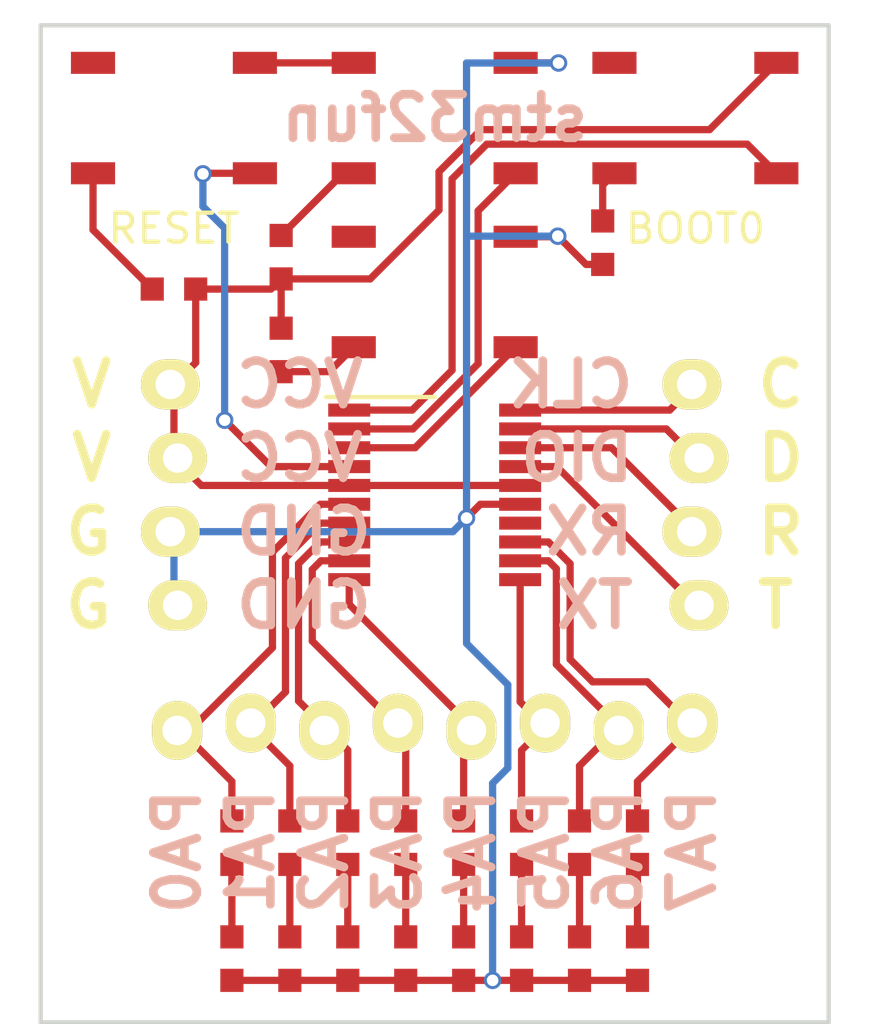
<source format=kicad_pcb>
(kicad_pcb (version 4) (host pcbnew 4.0.7-e2-6376~58~ubuntu16.04.1)

  (general
    (links 0)
    (no_connects 0)
    (area 152.794999 71.215 183.205001 107.275001)
    (thickness 1.6)
    (drawings 37)
    (tracks 142)
    (zones 0)
    (modules 28)
    (nets 1)
  )

  (page A4)
  (layers
    (0 F.Cu signal)
    (31 B.Cu signal)
    (32 B.Adhes user)
    (33 F.Adhes user)
    (34 B.Paste user)
    (35 F.Paste user)
    (36 B.SilkS user)
    (37 F.SilkS user)
    (38 B.Mask user)
    (39 F.Mask user)
    (40 Dwgs.User user)
    (41 Cmts.User user)
    (42 Eco1.User user)
    (43 Eco2.User user)
    (44 Edge.Cuts user)
    (45 Margin user)
    (46 B.CrtYd user)
    (47 F.CrtYd user)
    (48 B.Fab user)
    (49 F.Fab user)
  )

  (setup
    (last_trace_width 0.25)
    (trace_clearance 0.2)
    (zone_clearance 0.508)
    (zone_45_only no)
    (trace_min 0.2)
    (segment_width 0.2)
    (edge_width 0.15)
    (via_size 0.6)
    (via_drill 0.4)
    (via_min_size 0.4)
    (via_min_drill 0.3)
    (uvia_size 0.3)
    (uvia_drill 0.1)
    (uvias_allowed no)
    (uvia_min_size 0.2)
    (uvia_min_drill 0.1)
    (pcb_text_width 0.3)
    (pcb_text_size 1.5 1.5)
    (mod_edge_width 0.15)
    (mod_text_size 1 1)
    (mod_text_width 0.15)
    (pad_size 1.524 1.524)
    (pad_drill 0.762)
    (pad_to_mask_clearance 0.2)
    (aux_axis_origin 0 0)
    (visible_elements FFFFFF7F)
    (pcbplotparams
      (layerselection 0x00030_80000001)
      (usegerberextensions false)
      (excludeedgelayer true)
      (linewidth 0.150000)
      (plotframeref false)
      (viasonmask false)
      (mode 1)
      (useauxorigin false)
      (hpglpennumber 1)
      (hpglpenspeed 20)
      (hpglpendiameter 15)
      (hpglpenoverlay 2)
      (psnegative false)
      (psa4output false)
      (plotreference true)
      (plotvalue true)
      (plotinvisibletext false)
      (padsonsilk false)
      (subtractmaskfromsilk false)
      (outputformat 1)
      (mirror false)
      (drillshape 1)
      (scaleselection 1)
      (outputdirectory ""))
  )

  (net 0 "")

  (net_class Default "This is the default net class."
    (clearance 0.2)
    (trace_width 0.25)
    (via_dia 0.6)
    (via_drill 0.4)
    (uvia_dia 0.3)
    (uvia_drill 0.1)
  )

  (module 00my_modules:BUTTON4_SMD (layer F.Cu) (tedit 5C84A252) (tstamp 5C84A78D)
    (at 159 76 180)
    (descr button4_smd)
    (tags "SPST button tactile switch")
    (fp_text reference RESET (at 0 -3.81 180) (layer F.SilkS)
      (effects (font (size 1 1) (thickness 0.15)))
    )
    (fp_text value "" (at 0 3.81 180) (layer F.Fab)
      (effects (font (size 1 1) (thickness 0.15)))
    )
    (fp_line (start -1.54 -2.54) (end -2.54 -1.54) (layer F.Fab) (width 0.2032))
    (fp_line (start -2.54 -1.24) (end -2.54 1.27) (layer F.Fab) (width 0.2032))
    (fp_line (start -2.54 1.54) (end -1.54 2.54) (layer F.Fab) (width 0.2032))
    (fp_line (start -1.54 2.54) (end 1.54 2.54) (layer F.Fab) (width 0.2032))
    (fp_line (start 1.54 2.54) (end 2.54 1.54) (layer F.Fab) (width 0.2032))
    (fp_line (start 2.54 1.24) (end 2.54 -1.24) (layer F.Fab) (width 0.2032))
    (fp_line (start 2.54 -1.54) (end 1.54 -2.54) (layer F.Fab) (width 0.2032))
    (fp_line (start 1.54 -2.54) (end -1.54 -2.54) (layer F.Fab) (width 0.2032))
    (fp_line (start 1.905 1.27) (end 1.905 0.445) (layer F.Fab) (width 0.127))
    (fp_line (start 1.905 0.445) (end 2.16 -0.01) (layer F.Fab) (width 0.127))
    (fp_line (start 1.905 -0.23) (end 1.905 -1.115) (layer F.Fab) (width 0.127))
    (fp_circle (center 0 0) (end 0 1.27) (layer F.Fab) (width 0.2032))
    (pad 1 smd rect (at -2.794 1.905 180) (size 1.524 0.762) (layers F.Cu F.Paste F.Mask))
    (pad 2 smd rect (at 2.794 1.905 180) (size 1.524 0.762) (layers F.Cu F.Paste F.Mask))
    (pad 3 smd rect (at -2.794 -1.905 180) (size 1.524 0.762) (layers F.Cu F.Paste F.Mask))
    (pad 4 smd rect (at 2.794 -1.905 180) (size 1.524 0.762) (layers F.Cu F.Paste F.Mask))
  )

  (module 00my_modules:BUTTON4_SMD (layer F.Cu) (tedit 5C84A25D) (tstamp 5C84A7B4)
    (at 177 76 180)
    (descr button4_smd)
    (tags "SPST button tactile switch")
    (fp_text reference BOOT0 (at 0 -3.81 180) (layer F.SilkS)
      (effects (font (size 1 1) (thickness 0.15)))
    )
    (fp_text value "" (at 0 3.81 180) (layer F.Fab)
      (effects (font (size 1 1) (thickness 0.15)))
    )
    (fp_line (start -1.54 -2.54) (end -2.54 -1.54) (layer F.Fab) (width 0.2032))
    (fp_line (start -2.54 -1.24) (end -2.54 1.27) (layer F.Fab) (width 0.2032))
    (fp_line (start -2.54 1.54) (end -1.54 2.54) (layer F.Fab) (width 0.2032))
    (fp_line (start -1.54 2.54) (end 1.54 2.54) (layer F.Fab) (width 0.2032))
    (fp_line (start 1.54 2.54) (end 2.54 1.54) (layer F.Fab) (width 0.2032))
    (fp_line (start 2.54 1.24) (end 2.54 -1.24) (layer F.Fab) (width 0.2032))
    (fp_line (start 2.54 -1.54) (end 1.54 -2.54) (layer F.Fab) (width 0.2032))
    (fp_line (start 1.54 -2.54) (end -1.54 -2.54) (layer F.Fab) (width 0.2032))
    (fp_line (start 1.905 1.27) (end 1.905 0.445) (layer F.Fab) (width 0.127))
    (fp_line (start 1.905 0.445) (end 2.16 -0.01) (layer F.Fab) (width 0.127))
    (fp_line (start 1.905 -0.23) (end 1.905 -1.115) (layer F.Fab) (width 0.127))
    (fp_circle (center 0 0) (end 0 1.27) (layer F.Fab) (width 0.2032))
    (pad 1 smd rect (at -2.794 1.905 180) (size 1.524 0.762) (layers F.Cu F.Paste F.Mask))
    (pad 2 smd rect (at 2.794 1.905 180) (size 1.524 0.762) (layers F.Cu F.Paste F.Mask))
    (pad 3 smd rect (at -2.794 -1.905 180) (size 1.524 0.762) (layers F.Cu F.Paste F.Mask))
    (pad 4 smd rect (at 2.794 -1.905 180) (size 1.524 0.762) (layers F.Cu F.Paste F.Mask))
  )

  (module 00my_modules:BUTTON4_SMD (layer F.Cu) (tedit 5C84A27D) (tstamp 5C84A7DB)
    (at 168 76)
    (descr button4_smd)
    (tags "SPST button tactile switch")
    (fp_text reference "" (at 0 0) (layer F.SilkS)
      (effects (font (size 1 1) (thickness 0.15)))
    )
    (fp_text value "" (at 0 3.81) (layer F.Fab)
      (effects (font (size 1 1) (thickness 0.15)))
    )
    (fp_line (start -1.54 -2.54) (end -2.54 -1.54) (layer F.Fab) (width 0.2032))
    (fp_line (start -2.54 -1.24) (end -2.54 1.27) (layer F.Fab) (width 0.2032))
    (fp_line (start -2.54 1.54) (end -1.54 2.54) (layer F.Fab) (width 0.2032))
    (fp_line (start -1.54 2.54) (end 1.54 2.54) (layer F.Fab) (width 0.2032))
    (fp_line (start 1.54 2.54) (end 2.54 1.54) (layer F.Fab) (width 0.2032))
    (fp_line (start 2.54 1.24) (end 2.54 -1.24) (layer F.Fab) (width 0.2032))
    (fp_line (start 2.54 -1.54) (end 1.54 -2.54) (layer F.Fab) (width 0.2032))
    (fp_line (start 1.54 -2.54) (end -1.54 -2.54) (layer F.Fab) (width 0.2032))
    (fp_line (start 1.905 1.27) (end 1.905 0.445) (layer F.Fab) (width 0.127))
    (fp_line (start 1.905 0.445) (end 2.16 -0.01) (layer F.Fab) (width 0.127))
    (fp_line (start 1.905 -0.23) (end 1.905 -1.115) (layer F.Fab) (width 0.127))
    (fp_circle (center 0 0) (end 0 1.27) (layer F.Fab) (width 0.2032))
    (pad 1 smd rect (at -2.794 1.905) (size 1.524 0.762) (layers F.Cu F.Paste F.Mask))
    (pad 2 smd rect (at 2.794 1.905) (size 1.524 0.762) (layers F.Cu F.Paste F.Mask))
    (pad 3 smd rect (at -2.794 -1.905) (size 1.524 0.762) (layers F.Cu F.Paste F.Mask))
    (pad 4 smd rect (at 2.794 -1.905) (size 1.524 0.762) (layers F.Cu F.Paste F.Mask))
  )

  (module 00my_modules:BUTTON4_SMD (layer F.Cu) (tedit 5C84A28E) (tstamp 5C84A802)
    (at 168 82)
    (descr button4_smd)
    (tags "SPST button tactile switch")
    (fp_text reference "" (at 0 0) (layer F.SilkS)
      (effects (font (size 1 1) (thickness 0.15)))
    )
    (fp_text value "" (at 0 3.81) (layer F.Fab)
      (effects (font (size 1 1) (thickness 0.15)))
    )
    (fp_line (start -1.54 -2.54) (end -2.54 -1.54) (layer F.Fab) (width 0.2032))
    (fp_line (start -2.54 -1.24) (end -2.54 1.27) (layer F.Fab) (width 0.2032))
    (fp_line (start -2.54 1.54) (end -1.54 2.54) (layer F.Fab) (width 0.2032))
    (fp_line (start -1.54 2.54) (end 1.54 2.54) (layer F.Fab) (width 0.2032))
    (fp_line (start 1.54 2.54) (end 2.54 1.54) (layer F.Fab) (width 0.2032))
    (fp_line (start 2.54 1.24) (end 2.54 -1.24) (layer F.Fab) (width 0.2032))
    (fp_line (start 2.54 -1.54) (end 1.54 -2.54) (layer F.Fab) (width 0.2032))
    (fp_line (start 1.54 -2.54) (end -1.54 -2.54) (layer F.Fab) (width 0.2032))
    (fp_line (start 1.905 1.27) (end 1.905 0.445) (layer F.Fab) (width 0.127))
    (fp_line (start 1.905 0.445) (end 2.16 -0.01) (layer F.Fab) (width 0.127))
    (fp_line (start 1.905 -0.23) (end 1.905 -1.115) (layer F.Fab) (width 0.127))
    (fp_circle (center 0 0) (end 0 1.27) (layer F.Fab) (width 0.2032))
    (pad 1 smd rect (at -2.794 1.905) (size 1.524 0.762) (layers F.Cu F.Paste F.Mask))
    (pad 2 smd rect (at 2.794 1.905) (size 1.524 0.762) (layers F.Cu F.Paste F.Mask))
    (pad 3 smd rect (at -2.794 -1.905) (size 1.524 0.762) (layers F.Cu F.Paste F.Mask))
    (pad 4 smd rect (at 2.794 -1.905) (size 1.524 0.762) (layers F.Cu F.Paste F.Mask))
  )

  (module 00my_modules:R_0603 (layer F.Cu) (tedit 5415CC62) (tstamp 5C84B457)
    (at 161 105 90)
    (descr R0603)
    (tags "resistor capacitor led 0603")
    (attr smd)
    (fp_text reference "" (at 0 0 90) (layer F.SilkS)
      (effects (font (size 0.5 0.5) (thickness 0.1)))
    )
    (fp_text value R (at 0 0 90) (layer F.Fab)
      (effects (font (size 0.5 0.5) (thickness 0.01)))
    )
    (fp_line (start -1.2 -0.45) (end 1.2 -0.45) (layer F.CrtYd) (width 0.01))
    (fp_line (start -1.2 0.45) (end 1.2 0.45) (layer F.CrtYd) (width 0.01))
    (fp_line (start -1.2 -0.45) (end -1.2 0.45) (layer F.CrtYd) (width 0.01))
    (fp_line (start 1.2 -0.45) (end 1.2 0.45) (layer F.CrtYd) (width 0.01))
    (pad 1 smd rect (at -0.75 0 90) (size 0.8 0.8) (layers F.Cu F.Paste F.Mask))
    (pad 2 smd rect (at 0.75 0 90) (size 0.8 0.8) (layers F.Cu F.Paste F.Mask))
  )

  (module 00my_modules:R_0603 (layer F.Cu) (tedit 5415CC62) (tstamp 5C84B46A)
    (at 163 105 90)
    (descr R0603)
    (tags "resistor capacitor led 0603")
    (attr smd)
    (fp_text reference "" (at 0 0 90) (layer F.SilkS)
      (effects (font (size 0.5 0.5) (thickness 0.1)))
    )
    (fp_text value R (at 0 0 90) (layer F.Fab)
      (effects (font (size 0.5 0.5) (thickness 0.01)))
    )
    (fp_line (start -1.2 -0.45) (end 1.2 -0.45) (layer F.CrtYd) (width 0.01))
    (fp_line (start -1.2 0.45) (end 1.2 0.45) (layer F.CrtYd) (width 0.01))
    (fp_line (start -1.2 -0.45) (end -1.2 0.45) (layer F.CrtYd) (width 0.01))
    (fp_line (start 1.2 -0.45) (end 1.2 0.45) (layer F.CrtYd) (width 0.01))
    (pad 1 smd rect (at -0.75 0 90) (size 0.8 0.8) (layers F.Cu F.Paste F.Mask))
    (pad 2 smd rect (at 0.75 0 90) (size 0.8 0.8) (layers F.Cu F.Paste F.Mask))
  )

  (module 00my_modules:R_0603 (layer F.Cu) (tedit 5415CC62) (tstamp 5C84B47D)
    (at 165 105 90)
    (descr R0603)
    (tags "resistor capacitor led 0603")
    (attr smd)
    (fp_text reference "" (at 0 0 90) (layer F.SilkS)
      (effects (font (size 0.5 0.5) (thickness 0.1)))
    )
    (fp_text value R (at 0 0 90) (layer F.Fab)
      (effects (font (size 0.5 0.5) (thickness 0.01)))
    )
    (fp_line (start -1.2 -0.45) (end 1.2 -0.45) (layer F.CrtYd) (width 0.01))
    (fp_line (start -1.2 0.45) (end 1.2 0.45) (layer F.CrtYd) (width 0.01))
    (fp_line (start -1.2 -0.45) (end -1.2 0.45) (layer F.CrtYd) (width 0.01))
    (fp_line (start 1.2 -0.45) (end 1.2 0.45) (layer F.CrtYd) (width 0.01))
    (pad 1 smd rect (at -0.75 0 90) (size 0.8 0.8) (layers F.Cu F.Paste F.Mask))
    (pad 2 smd rect (at 0.75 0 90) (size 0.8 0.8) (layers F.Cu F.Paste F.Mask))
  )

  (module 00my_modules:R_0603 (layer F.Cu) (tedit 5415CC62) (tstamp 5C84B490)
    (at 167 105 90)
    (descr R0603)
    (tags "resistor capacitor led 0603")
    (attr smd)
    (fp_text reference "" (at 0 0 90) (layer F.SilkS)
      (effects (font (size 0.5 0.5) (thickness 0.1)))
    )
    (fp_text value R (at 0 0 90) (layer F.Fab)
      (effects (font (size 0.5 0.5) (thickness 0.01)))
    )
    (fp_line (start -1.2 -0.45) (end 1.2 -0.45) (layer F.CrtYd) (width 0.01))
    (fp_line (start -1.2 0.45) (end 1.2 0.45) (layer F.CrtYd) (width 0.01))
    (fp_line (start -1.2 -0.45) (end -1.2 0.45) (layer F.CrtYd) (width 0.01))
    (fp_line (start 1.2 -0.45) (end 1.2 0.45) (layer F.CrtYd) (width 0.01))
    (pad 1 smd rect (at -0.75 0 90) (size 0.8 0.8) (layers F.Cu F.Paste F.Mask))
    (pad 2 smd rect (at 0.75 0 90) (size 0.8 0.8) (layers F.Cu F.Paste F.Mask))
  )

  (module 00my_modules:R_0603 (layer F.Cu) (tedit 5415CC62) (tstamp 5C84B4A3)
    (at 169 105 90)
    (descr R0603)
    (tags "resistor capacitor led 0603")
    (attr smd)
    (fp_text reference "" (at 0 0 90) (layer F.SilkS)
      (effects (font (size 0.5 0.5) (thickness 0.1)))
    )
    (fp_text value R (at 0 0 90) (layer F.Fab)
      (effects (font (size 0.5 0.5) (thickness 0.01)))
    )
    (fp_line (start -1.2 -0.45) (end 1.2 -0.45) (layer F.CrtYd) (width 0.01))
    (fp_line (start -1.2 0.45) (end 1.2 0.45) (layer F.CrtYd) (width 0.01))
    (fp_line (start -1.2 -0.45) (end -1.2 0.45) (layer F.CrtYd) (width 0.01))
    (fp_line (start 1.2 -0.45) (end 1.2 0.45) (layer F.CrtYd) (width 0.01))
    (pad 1 smd rect (at -0.75 0 90) (size 0.8 0.8) (layers F.Cu F.Paste F.Mask))
    (pad 2 smd rect (at 0.75 0 90) (size 0.8 0.8) (layers F.Cu F.Paste F.Mask))
  )

  (module 00my_modules:R_0603 (layer F.Cu) (tedit 5415CC62) (tstamp 5C84B4B6)
    (at 171 105 90)
    (descr R0603)
    (tags "resistor capacitor led 0603")
    (attr smd)
    (fp_text reference "" (at 0 0 90) (layer F.SilkS)
      (effects (font (size 0.5 0.5) (thickness 0.1)))
    )
    (fp_text value R (at 0 0 90) (layer F.Fab)
      (effects (font (size 0.5 0.5) (thickness 0.01)))
    )
    (fp_line (start -1.2 -0.45) (end 1.2 -0.45) (layer F.CrtYd) (width 0.01))
    (fp_line (start -1.2 0.45) (end 1.2 0.45) (layer F.CrtYd) (width 0.01))
    (fp_line (start -1.2 -0.45) (end -1.2 0.45) (layer F.CrtYd) (width 0.01))
    (fp_line (start 1.2 -0.45) (end 1.2 0.45) (layer F.CrtYd) (width 0.01))
    (pad 1 smd rect (at -0.75 0 90) (size 0.8 0.8) (layers F.Cu F.Paste F.Mask))
    (pad 2 smd rect (at 0.75 0 90) (size 0.8 0.8) (layers F.Cu F.Paste F.Mask))
  )

  (module 00my_modules:R_0603 (layer F.Cu) (tedit 5415CC62) (tstamp 5C84B4C9)
    (at 173 105 90)
    (descr R0603)
    (tags "resistor capacitor led 0603")
    (attr smd)
    (fp_text reference "" (at 0 0 90) (layer F.SilkS)
      (effects (font (size 0.5 0.5) (thickness 0.1)))
    )
    (fp_text value R (at 0 0 90) (layer F.Fab)
      (effects (font (size 0.5 0.5) (thickness 0.01)))
    )
    (fp_line (start -1.2 -0.45) (end 1.2 -0.45) (layer F.CrtYd) (width 0.01))
    (fp_line (start -1.2 0.45) (end 1.2 0.45) (layer F.CrtYd) (width 0.01))
    (fp_line (start -1.2 -0.45) (end -1.2 0.45) (layer F.CrtYd) (width 0.01))
    (fp_line (start 1.2 -0.45) (end 1.2 0.45) (layer F.CrtYd) (width 0.01))
    (pad 1 smd rect (at -0.75 0 90) (size 0.8 0.8) (layers F.Cu F.Paste F.Mask))
    (pad 2 smd rect (at 0.75 0 90) (size 0.8 0.8) (layers F.Cu F.Paste F.Mask))
  )

  (module 00my_modules:R_0603 (layer F.Cu) (tedit 5415CC62) (tstamp 5C84B4DC)
    (at 175 105 90)
    (descr R0603)
    (tags "resistor capacitor led 0603")
    (attr smd)
    (fp_text reference "" (at 0 0 90) (layer F.SilkS)
      (effects (font (size 0.5 0.5) (thickness 0.1)))
    )
    (fp_text value R (at 0 0 90) (layer F.Fab)
      (effects (font (size 0.5 0.5) (thickness 0.01)))
    )
    (fp_line (start -1.2 -0.45) (end 1.2 -0.45) (layer F.CrtYd) (width 0.01))
    (fp_line (start -1.2 0.45) (end 1.2 0.45) (layer F.CrtYd) (width 0.01))
    (fp_line (start -1.2 -0.45) (end -1.2 0.45) (layer F.CrtYd) (width 0.01))
    (fp_line (start 1.2 -0.45) (end 1.2 0.45) (layer F.CrtYd) (width 0.01))
    (pad 1 smd rect (at -0.75 0 90) (size 0.8 0.8) (layers F.Cu F.Paste F.Mask))
    (pad 2 smd rect (at 0.75 0 90) (size 0.8 0.8) (layers F.Cu F.Paste F.Mask))
  )

  (module 00my_modules:R_0603 (layer F.Cu) (tedit 5415CC62) (tstamp 5C84B4EF)
    (at 161 101 90)
    (descr R0603)
    (tags "resistor capacitor led 0603")
    (attr smd)
    (fp_text reference "" (at 0 0 90) (layer F.SilkS)
      (effects (font (size 0.5 0.5) (thickness 0.1)))
    )
    (fp_text value R (at 0 0 90) (layer F.Fab)
      (effects (font (size 0.5 0.5) (thickness 0.01)))
    )
    (fp_line (start -1.2 -0.45) (end 1.2 -0.45) (layer F.CrtYd) (width 0.01))
    (fp_line (start -1.2 0.45) (end 1.2 0.45) (layer F.CrtYd) (width 0.01))
    (fp_line (start -1.2 -0.45) (end -1.2 0.45) (layer F.CrtYd) (width 0.01))
    (fp_line (start 1.2 -0.45) (end 1.2 0.45) (layer F.CrtYd) (width 0.01))
    (pad 1 smd rect (at -0.75 0 90) (size 0.8 0.8) (layers F.Cu F.Paste F.Mask))
    (pad 2 smd rect (at 0.75 0 90) (size 0.8 0.8) (layers F.Cu F.Paste F.Mask))
  )

  (module 00my_modules:R_0603 (layer F.Cu) (tedit 5415CC62) (tstamp 5C84BB26)
    (at 163 101 90)
    (descr R0603)
    (tags "resistor capacitor led 0603")
    (attr smd)
    (fp_text reference "" (at 0 0 90) (layer F.SilkS)
      (effects (font (size 0.5 0.5) (thickness 0.1)))
    )
    (fp_text value R (at 0 0 90) (layer F.Fab)
      (effects (font (size 0.5 0.5) (thickness 0.01)))
    )
    (fp_line (start -1.2 -0.45) (end 1.2 -0.45) (layer F.CrtYd) (width 0.01))
    (fp_line (start -1.2 0.45) (end 1.2 0.45) (layer F.CrtYd) (width 0.01))
    (fp_line (start -1.2 -0.45) (end -1.2 0.45) (layer F.CrtYd) (width 0.01))
    (fp_line (start 1.2 -0.45) (end 1.2 0.45) (layer F.CrtYd) (width 0.01))
    (pad 1 smd rect (at -0.75 0 90) (size 0.8 0.8) (layers F.Cu F.Paste F.Mask))
    (pad 2 smd rect (at 0.75 0 90) (size 0.8 0.8) (layers F.Cu F.Paste F.Mask))
  )

  (module 00my_modules:R_0603 (layer F.Cu) (tedit 5415CC62) (tstamp 5C84BB43)
    (at 165 101 90)
    (descr R0603)
    (tags "resistor capacitor led 0603")
    (attr smd)
    (fp_text reference "" (at 0 0 90) (layer F.SilkS)
      (effects (font (size 0.5 0.5) (thickness 0.1)))
    )
    (fp_text value R (at 0 0 90) (layer F.Fab)
      (effects (font (size 0.5 0.5) (thickness 0.01)))
    )
    (fp_line (start -1.2 -0.45) (end 1.2 -0.45) (layer F.CrtYd) (width 0.01))
    (fp_line (start -1.2 0.45) (end 1.2 0.45) (layer F.CrtYd) (width 0.01))
    (fp_line (start -1.2 -0.45) (end -1.2 0.45) (layer F.CrtYd) (width 0.01))
    (fp_line (start 1.2 -0.45) (end 1.2 0.45) (layer F.CrtYd) (width 0.01))
    (pad 1 smd rect (at -0.75 0 90) (size 0.8 0.8) (layers F.Cu F.Paste F.Mask))
    (pad 2 smd rect (at 0.75 0 90) (size 0.8 0.8) (layers F.Cu F.Paste F.Mask))
  )

  (module 00my_modules:R_0603 (layer F.Cu) (tedit 5415CC62) (tstamp 5C84BB56)
    (at 167 101 90)
    (descr R0603)
    (tags "resistor capacitor led 0603")
    (attr smd)
    (fp_text reference "" (at 0 0 90) (layer F.SilkS)
      (effects (font (size 0.5 0.5) (thickness 0.1)))
    )
    (fp_text value R (at 0 0 90) (layer F.Fab)
      (effects (font (size 0.5 0.5) (thickness 0.01)))
    )
    (fp_line (start -1.2 -0.45) (end 1.2 -0.45) (layer F.CrtYd) (width 0.01))
    (fp_line (start -1.2 0.45) (end 1.2 0.45) (layer F.CrtYd) (width 0.01))
    (fp_line (start -1.2 -0.45) (end -1.2 0.45) (layer F.CrtYd) (width 0.01))
    (fp_line (start 1.2 -0.45) (end 1.2 0.45) (layer F.CrtYd) (width 0.01))
    (pad 1 smd rect (at -0.75 0 90) (size 0.8 0.8) (layers F.Cu F.Paste F.Mask))
    (pad 2 smd rect (at 0.75 0 90) (size 0.8 0.8) (layers F.Cu F.Paste F.Mask))
  )

  (module 00my_modules:R_0603 (layer F.Cu) (tedit 5415CC62) (tstamp 5C84BB69)
    (at 169 101 90)
    (descr R0603)
    (tags "resistor capacitor led 0603")
    (attr smd)
    (fp_text reference "" (at 0 0 90) (layer F.SilkS)
      (effects (font (size 0.5 0.5) (thickness 0.1)))
    )
    (fp_text value R (at 0 0 90) (layer F.Fab)
      (effects (font (size 0.5 0.5) (thickness 0.01)))
    )
    (fp_line (start -1.2 -0.45) (end 1.2 -0.45) (layer F.CrtYd) (width 0.01))
    (fp_line (start -1.2 0.45) (end 1.2 0.45) (layer F.CrtYd) (width 0.01))
    (fp_line (start -1.2 -0.45) (end -1.2 0.45) (layer F.CrtYd) (width 0.01))
    (fp_line (start 1.2 -0.45) (end 1.2 0.45) (layer F.CrtYd) (width 0.01))
    (pad 1 smd rect (at -0.75 0 90) (size 0.8 0.8) (layers F.Cu F.Paste F.Mask))
    (pad 2 smd rect (at 0.75 0 90) (size 0.8 0.8) (layers F.Cu F.Paste F.Mask))
  )

  (module 00my_modules:R_0603 (layer F.Cu) (tedit 5415CC62) (tstamp 5C84BB7C)
    (at 171 101 90)
    (descr R0603)
    (tags "resistor capacitor led 0603")
    (attr smd)
    (fp_text reference "" (at 0 0 90) (layer F.SilkS)
      (effects (font (size 0.5 0.5) (thickness 0.1)))
    )
    (fp_text value R (at 0 0 90) (layer F.Fab)
      (effects (font (size 0.5 0.5) (thickness 0.01)))
    )
    (fp_line (start -1.2 -0.45) (end 1.2 -0.45) (layer F.CrtYd) (width 0.01))
    (fp_line (start -1.2 0.45) (end 1.2 0.45) (layer F.CrtYd) (width 0.01))
    (fp_line (start -1.2 -0.45) (end -1.2 0.45) (layer F.CrtYd) (width 0.01))
    (fp_line (start 1.2 -0.45) (end 1.2 0.45) (layer F.CrtYd) (width 0.01))
    (pad 1 smd rect (at -0.75 0 90) (size 0.8 0.8) (layers F.Cu F.Paste F.Mask))
    (pad 2 smd rect (at 0.75 0 90) (size 0.8 0.8) (layers F.Cu F.Paste F.Mask))
  )

  (module 00my_modules:R_0603 (layer F.Cu) (tedit 5415CC62) (tstamp 5C84BB8F)
    (at 173 101 90)
    (descr R0603)
    (tags "resistor capacitor led 0603")
    (attr smd)
    (fp_text reference "" (at 0 0 90) (layer F.SilkS)
      (effects (font (size 0.5 0.5) (thickness 0.1)))
    )
    (fp_text value R (at 0 0 90) (layer F.Fab)
      (effects (font (size 0.5 0.5) (thickness 0.01)))
    )
    (fp_line (start -1.2 -0.45) (end 1.2 -0.45) (layer F.CrtYd) (width 0.01))
    (fp_line (start -1.2 0.45) (end 1.2 0.45) (layer F.CrtYd) (width 0.01))
    (fp_line (start -1.2 -0.45) (end -1.2 0.45) (layer F.CrtYd) (width 0.01))
    (fp_line (start 1.2 -0.45) (end 1.2 0.45) (layer F.CrtYd) (width 0.01))
    (pad 1 smd rect (at -0.75 0 90) (size 0.8 0.8) (layers F.Cu F.Paste F.Mask))
    (pad 2 smd rect (at 0.75 0 90) (size 0.8 0.8) (layers F.Cu F.Paste F.Mask))
  )

  (module 00my_modules:R_0603 (layer F.Cu) (tedit 5415CC62) (tstamp 5C84BBA2)
    (at 175 101 90)
    (descr R0603)
    (tags "resistor capacitor led 0603")
    (attr smd)
    (fp_text reference "" (at 0 0 90) (layer F.SilkS)
      (effects (font (size 0.5 0.5) (thickness 0.1)))
    )
    (fp_text value R (at 0 0 90) (layer F.Fab)
      (effects (font (size 0.5 0.5) (thickness 0.01)))
    )
    (fp_line (start -1.2 -0.45) (end 1.2 -0.45) (layer F.CrtYd) (width 0.01))
    (fp_line (start -1.2 0.45) (end 1.2 0.45) (layer F.CrtYd) (width 0.01))
    (fp_line (start -1.2 -0.45) (end -1.2 0.45) (layer F.CrtYd) (width 0.01))
    (fp_line (start 1.2 -0.45) (end 1.2 0.45) (layer F.CrtYd) (width 0.01))
    (pad 1 smd rect (at -0.75 0 90) (size 0.8 0.8) (layers F.Cu F.Paste F.Mask))
    (pad 2 smd rect (at 0.75 0 90) (size 0.8 0.8) (layers F.Cu F.Paste F.Mask))
  )

  (module 00my_modules:header1x8straight (layer F.Cu) (tedit 0) (tstamp 5C84C238)
    (at 168 97 90)
    (descr "Through hole pin header")
    (tags "pin header")
    (fp_text reference "" (at 0 -2.4 90) (layer F.SilkS)
      (effects (font (size 0.5 0.5) (thickness 0.01)))
    )
    (fp_text value "" (at 0 -3.1 90) (layer F.Fab)
      (effects (font (size 0.5 0.5) (thickness 0.01)))
    )
    (fp_line (start -1.75 -10.64) (end -1.75 10.64) (layer F.CrtYd) (width 0.05))
    (fp_line (start 1.75 -10.64) (end 1.75 10.64) (layer F.CrtYd) (width 0.05))
    (fp_line (start -1.75 -10.64) (end 1.75 -10.64) (layer F.CrtYd) (width 0.05))
    (fp_line (start -1.75 10.64) (end 1.75 10.64) (layer F.CrtYd) (width 0.05))
    (fp_line (start -6 -8.89) (end 6 -8.89) (layer F.CrtYd) (width 0.01))
    (fp_line (start -6 0) (end 6 0) (layer F.CrtYd) (width 0.01))
    (fp_line (start -6 8.89) (end 6 8.89) (layer F.CrtYd) (width 0.01))
    (pad 1 thru_hole oval (at -0.127 -8.89 90) (size 2.032 1.7272) (drill 1.016) (layers *.Cu *.Mask F.SilkS))
    (pad 2 thru_hole oval (at 0.127 -6.35 90) (size 2.032 1.7272) (drill 1.016) (layers *.Cu *.Mask F.SilkS))
    (pad 3 thru_hole oval (at -0.127 -3.81 90) (size 2.032 1.7272) (drill 1.016) (layers *.Cu *.Mask F.SilkS))
    (pad 4 thru_hole oval (at 0.127 -1.27 90) (size 2.032 1.7272) (drill 1.016) (layers *.Cu *.Mask F.SilkS))
    (pad 5 thru_hole oval (at -0.127 1.27 90) (size 2.032 1.7272) (drill 1.016) (layers *.Cu *.Mask F.SilkS))
    (pad 6 thru_hole oval (at 0.127 3.81 90) (size 2.032 1.7272) (drill 1.016) (layers *.Cu *.Mask F.SilkS))
    (pad 7 thru_hole oval (at -0.127 6.35 90) (size 2.032 1.7272) (drill 1.016) (layers *.Cu *.Mask F.SilkS))
    (pad 8 thru_hole oval (at 0.127 8.89 90) (size 2.032 1.7272) (drill 1.016) (layers *.Cu *.Mask F.SilkS))
  )

  (module 00my_modules:STM32 (layer F.Cu) (tedit 54130A77) (tstamp 5C84C892)
    (at 168 89)
    (descr STM32)
    (tags STM32)
    (attr smd)
    (fp_text reference "" (at 0 -4.3) (layer F.SilkS)
      (effects (font (size 1 1) (thickness 0.15)))
    )
    (fp_text value "" (at -1.5 -3) (layer F.Fab)
      (effects (font (size 0.5 0.5) (thickness 0.01)))
    )
    (fp_text user STM32 (at 0 0 90) (layer F.Fab)
      (effects (font (size 0.8 0.8) (thickness 0.1)))
    )
    (fp_line (start -3.95 -3.55) (end -3.95 3.55) (layer F.CrtYd) (width 0.05))
    (fp_line (start 3.95 -3.55) (end 3.95 3.55) (layer F.CrtYd) (width 0.05))
    (fp_line (start -3.95 -3.55) (end 3.95 -3.55) (layer F.CrtYd) (width 0.05))
    (fp_line (start -3.95 3.55) (end 3.95 3.55) (layer F.CrtYd) (width 0.05))
    (fp_line (start -3.75 -3.375) (end 0 -3.375) (layer F.SilkS) (width 0.15))
    (fp_line (start -2.2 -3.25) (end 2.2 -3.25) (layer F.Fab) (width 0.01))
    (fp_line (start -2.2 3.25) (end 2.2 3.25) (layer F.Fab) (width 0.01))
    (fp_line (start -2.2 -3.25) (end -2.2 3.25) (layer F.Fab) (width 0.01))
    (fp_line (start 2.2 -3.25) (end 2.2 3.25) (layer F.Fab) (width 0.01))
    (fp_line (start -6 0) (end 6 0) (layer F.CrtYd) (width 0.01))
    (fp_line (start 0 -6) (end 0 6) (layer F.CrtYd) (width 0.01))
    (pad BOOT smd rect (at -2.95 -2.925) (size 1.45 0.45) (layers F.Cu F.Paste F.Mask))
    (pad 2 smd rect (at -2.95 -2.275) (size 1.45 0.45) (layers F.Cu F.Paste F.Mask))
    (pad 3 smd rect (at -2.95 -1.625) (size 1.45 0.45) (layers F.Cu F.Paste F.Mask))
    (pad NRST smd rect (at -2.95 -0.975) (size 1.45 0.45) (layers F.Cu F.Paste F.Mask))
    (pad VCC smd rect (at -2.95 -0.325) (size 1.45 0.45) (layers F.Cu F.Paste F.Mask))
    (pad PA0 smd rect (at -2.95 0.325) (size 1.45 0.45) (layers F.Cu F.Paste F.Mask))
    (pad PA1 smd rect (at -2.95 0.975) (size 1.45 0.45) (layers F.Cu F.Paste F.Mask))
    (pad PA2 smd rect (at -2.95 1.625) (size 1.45 0.45) (layers F.Cu F.Paste F.Mask))
    (pad PA3 smd rect (at -2.95 2.275) (size 1.45 0.45) (layers F.Cu F.Paste F.Mask))
    (pad PA4 smd rect (at -2.95 2.925) (size 1.45 0.45) (layers F.Cu F.Paste F.Mask))
    (pad PA5 smd rect (at 2.95 2.925) (size 1.45 0.45) (layers F.Cu F.Paste F.Mask))
    (pad PA6 smd rect (at 2.95 2.275) (size 1.45 0.45) (layers F.Cu F.Paste F.Mask))
    (pad PA7 smd rect (at 2.95 1.625) (size 1.45 0.45) (layers F.Cu F.Paste F.Mask))
    (pad PB1 smd rect (at 2.95 0.975) (size 1.45 0.45) (layers F.Cu F.Paste F.Mask))
    (pad GND smd rect (at 2.95 0.325) (size 1.45 0.45) (layers F.Cu F.Paste F.Mask))
    (pad VCC smd rect (at 2.95 -0.325) (size 1.45 0.45) (layers F.Cu F.Paste F.Mask))
    (pad TX smd rect (at 2.95 -0.975) (size 1.45 0.45) (layers F.Cu F.Paste F.Mask))
    (pad RX smd rect (at 2.95 -1.625) (size 1.45 0.45) (layers F.Cu F.Paste F.Mask))
    (pad DIO smd rect (at 2.95 -2.275) (size 1.45 0.45) (layers F.Cu F.Paste F.Mask))
    (pad CLK smd rect (at 2.95 -2.925) (size 1.45 0.45) (layers F.Cu F.Paste F.Mask))
  )

  (module 00my_modules:header1x4straight (layer F.Cu) (tedit 0) (tstamp 5C84A6B5)
    (at 177 89)
    (descr "Through hole pin header")
    (tags "pin header")
    (fp_text reference "" (at 0 -2.4) (layer F.SilkS)
      (effects (font (size 0.5 0.5) (thickness 0.01)))
    )
    (fp_text value "" (at 0 -3.1) (layer F.Fab)
      (effects (font (size 0.5 0.5) (thickness 0.01)))
    )
    (fp_line (start -1.75 -5.56) (end -1.75 5.56) (layer F.CrtYd) (width 0.05))
    (fp_line (start 1.75 -5.56) (end 1.75 5.56) (layer F.CrtYd) (width 0.05))
    (fp_line (start -1.75 -5.56) (end 1.75 -5.56) (layer F.CrtYd) (width 0.05))
    (fp_line (start -1.75 5.56) (end 1.75 5.56) (layer F.CrtYd) (width 0.05))
    (fp_line (start -6 -3.81) (end 6 -3.81) (layer F.CrtYd) (width 0.01))
    (fp_line (start -6 0) (end 6 0) (layer F.CrtYd) (width 0.01))
    (fp_line (start -6 3.81) (end 6 3.81) (layer F.CrtYd) (width 0.01))
    (pad 1 thru_hole oval (at -0.127 -3.81) (size 2.032 1.7272) (drill 1.016) (layers *.Cu *.Mask F.SilkS))
    (pad 2 thru_hole oval (at 0.127 -1.27) (size 2.032 1.7272) (drill 1.016) (layers *.Cu *.Mask F.SilkS))
    (pad 3 thru_hole oval (at -0.127 1.27) (size 2.032 1.7272) (drill 1.016) (layers *.Cu *.Mask F.SilkS))
    (pad 4 thru_hole oval (at 0.127 3.81) (size 2.032 1.7272) (drill 1.016) (layers *.Cu *.Mask F.SilkS))
  )

  (module 00my_modules:header1x4straight (layer F.Cu) (tedit 0) (tstamp 5C84A6D2)
    (at 159 89)
    (descr "Through hole pin header")
    (tags "pin header")
    (fp_text reference "" (at 0 -2.4) (layer F.SilkS)
      (effects (font (size 0.5 0.5) (thickness 0.01)))
    )
    (fp_text value "" (at 0 -3.1) (layer F.Fab)
      (effects (font (size 0.5 0.5) (thickness 0.01)))
    )
    (fp_line (start -1.75 -5.56) (end -1.75 5.56) (layer F.CrtYd) (width 0.05))
    (fp_line (start 1.75 -5.56) (end 1.75 5.56) (layer F.CrtYd) (width 0.05))
    (fp_line (start -1.75 -5.56) (end 1.75 -5.56) (layer F.CrtYd) (width 0.05))
    (fp_line (start -1.75 5.56) (end 1.75 5.56) (layer F.CrtYd) (width 0.05))
    (fp_line (start -6 -3.81) (end 6 -3.81) (layer F.CrtYd) (width 0.01))
    (fp_line (start -6 0) (end 6 0) (layer F.CrtYd) (width 0.01))
    (fp_line (start -6 3.81) (end 6 3.81) (layer F.CrtYd) (width 0.01))
    (pad 1 thru_hole oval (at -0.127 -3.81) (size 2.032 1.7272) (drill 1.016) (layers *.Cu *.Mask F.SilkS))
    (pad 2 thru_hole oval (at 0.127 -1.27) (size 2.032 1.7272) (drill 1.016) (layers *.Cu *.Mask F.SilkS))
    (pad 3 thru_hole oval (at -0.127 1.27) (size 2.032 1.7272) (drill 1.016) (layers *.Cu *.Mask F.SilkS))
    (pad 4 thru_hole oval (at 0.127 3.81) (size 2.032 1.7272) (drill 1.016) (layers *.Cu *.Mask F.SilkS))
  )

  (module 00my_modules:R_0603 (layer F.Cu) (tedit 5415CC62) (tstamp 5C84AEC3)
    (at 162.7 80.8 90)
    (descr R0603)
    (tags "resistor capacitor led 0603")
    (attr smd)
    (fp_text reference "" (at 0 0 90) (layer F.SilkS)
      (effects (font (size 0.5 0.5) (thickness 0.1)))
    )
    (fp_text value R (at 0 0 90) (layer F.Fab)
      (effects (font (size 0.5 0.5) (thickness 0.01)))
    )
    (fp_line (start -1.2 -0.45) (end 1.2 -0.45) (layer F.CrtYd) (width 0.01))
    (fp_line (start -1.2 0.45) (end 1.2 0.45) (layer F.CrtYd) (width 0.01))
    (fp_line (start -1.2 -0.45) (end -1.2 0.45) (layer F.CrtYd) (width 0.01))
    (fp_line (start 1.2 -0.45) (end 1.2 0.45) (layer F.CrtYd) (width 0.01))
    (pad 1 smd rect (at -0.75 0 90) (size 0.8 0.8) (layers F.Cu F.Paste F.Mask))
    (pad 2 smd rect (at 0.75 0 90) (size 0.8 0.8) (layers F.Cu F.Paste F.Mask))
  )

  (module 00my_modules:R_0603 (layer F.Cu) (tedit 5415CC62) (tstamp 5C84AEE0)
    (at 162.7 84 90)
    (descr R0603)
    (tags "resistor capacitor led 0603")
    (attr smd)
    (fp_text reference "" (at 0 0 90) (layer F.SilkS)
      (effects (font (size 0.5 0.5) (thickness 0.1)))
    )
    (fp_text value R (at 0 0 90) (layer F.Fab)
      (effects (font (size 0.5 0.5) (thickness 0.01)))
    )
    (fp_line (start -1.2 -0.45) (end 1.2 -0.45) (layer F.CrtYd) (width 0.01))
    (fp_line (start -1.2 0.45) (end 1.2 0.45) (layer F.CrtYd) (width 0.01))
    (fp_line (start -1.2 -0.45) (end -1.2 0.45) (layer F.CrtYd) (width 0.01))
    (fp_line (start 1.2 -0.45) (end 1.2 0.45) (layer F.CrtYd) (width 0.01))
    (pad 1 smd rect (at -0.75 0 90) (size 0.8 0.8) (layers F.Cu F.Paste F.Mask))
    (pad 2 smd rect (at 0.75 0 90) (size 0.8 0.8) (layers F.Cu F.Paste F.Mask))
  )

  (module 00my_modules:R_0603 (layer F.Cu) (tedit 5415CC62) (tstamp 5C84AEF3)
    (at 159 81.9 180)
    (descr R0603)
    (tags "resistor capacitor led 0603")
    (attr smd)
    (fp_text reference "" (at 0 0 180) (layer F.SilkS)
      (effects (font (size 0.5 0.5) (thickness 0.1)))
    )
    (fp_text value R (at 0 0 180) (layer F.Fab)
      (effects (font (size 0.5 0.5) (thickness 0.01)))
    )
    (fp_line (start -1.2 -0.45) (end 1.2 -0.45) (layer F.CrtYd) (width 0.01))
    (fp_line (start -1.2 0.45) (end 1.2 0.45) (layer F.CrtYd) (width 0.01))
    (fp_line (start -1.2 -0.45) (end -1.2 0.45) (layer F.CrtYd) (width 0.01))
    (fp_line (start 1.2 -0.45) (end 1.2 0.45) (layer F.CrtYd) (width 0.01))
    (pad 1 smd rect (at -0.75 0 180) (size 0.8 0.8) (layers F.Cu F.Paste F.Mask))
    (pad 2 smd rect (at 0.75 0 180) (size 0.8 0.8) (layers F.Cu F.Paste F.Mask))
  )

  (module 00my_modules:R_0603 (layer F.Cu) (tedit 5415CC62) (tstamp 5C84AF50)
    (at 173.8 80.3 90)
    (descr R0603)
    (tags "resistor capacitor led 0603")
    (attr smd)
    (fp_text reference "" (at 0 0 90) (layer F.SilkS)
      (effects (font (size 0.5 0.5) (thickness 0.1)))
    )
    (fp_text value R (at 0 0 90) (layer F.Fab)
      (effects (font (size 0.5 0.5) (thickness 0.01)))
    )
    (fp_line (start -1.2 -0.45) (end 1.2 -0.45) (layer F.CrtYd) (width 0.01))
    (fp_line (start -1.2 0.45) (end 1.2 0.45) (layer F.CrtYd) (width 0.01))
    (fp_line (start -1.2 -0.45) (end -1.2 0.45) (layer F.CrtYd) (width 0.01))
    (fp_line (start 1.2 -0.45) (end 1.2 0.45) (layer F.CrtYd) (width 0.01))
    (pad 1 smd rect (at -0.75 0 90) (size 0.8 0.8) (layers F.Cu F.Paste F.Mask))
    (pad 2 smd rect (at 0.75 0 90) (size 0.8 0.8) (layers F.Cu F.Paste F.Mask))
  )

  (gr_text stm32fun (at 168 76) (layer B.SilkS)
    (effects (font (size 1.5 1.5) (thickness 0.3)) (justify mirror))
  )
  (gr_text PA0 (at 159.11 99 90) (layer B.SilkS)
    (effects (font (size 1.5 1.5) (thickness 0.3)) (justify left mirror))
  )
  (gr_text PA1 (at 161.65 99 90) (layer B.SilkS)
    (effects (font (size 1.5 1.5) (thickness 0.3)) (justify left mirror))
  )
  (gr_text PA2 (at 164.19 99 90) (layer B.SilkS)
    (effects (font (size 1.5 1.5) (thickness 0.3)) (justify left mirror))
  )
  (gr_text PA3 (at 166.73 99 90) (layer B.SilkS)
    (effects (font (size 1.5 1.5) (thickness 0.3)) (justify left mirror))
  )
  (gr_text PA4 (at 169.27 99 90) (layer B.SilkS)
    (effects (font (size 1.5 1.5) (thickness 0.3)) (justify left mirror))
  )
  (gr_text PA5 (at 171.81 99 90) (layer B.SilkS)
    (effects (font (size 1.5 1.5) (thickness 0.3)) (justify left mirror))
  )
  (gr_text PA6 (at 174.35 99 90) (layer B.SilkS)
    (effects (font (size 1.5 1.5) (thickness 0.3)) (justify left mirror))
  )
  (gr_text PA7 (at 176.89 99 90) (layer B.SilkS)
    (effects (font (size 1.5 1.5) (thickness 0.3)) (justify left mirror))
  )
  (gr_text V (at 157 85.19) (layer F.SilkS)
    (effects (font (size 1.5 1.5) (thickness 0.3)) (justify right))
  )
  (gr_text V (at 157 87.73) (layer F.SilkS)
    (effects (font (size 1.5 1.5) (thickness 0.3)) (justify right))
  )
  (gr_text G (at 157 90.27) (layer F.SilkS)
    (effects (font (size 1.5 1.5) (thickness 0.3)) (justify right))
  )
  (gr_text G (at 157 92.81) (layer F.SilkS)
    (effects (font (size 1.5 1.5) (thickness 0.3)) (justify right))
  )
  (gr_text VCC (at 161 85.19) (layer B.SilkS)
    (effects (font (size 1.5 1.5) (thickness 0.3)) (justify right mirror))
  )
  (gr_text VCC (at 161 87.73) (layer B.SilkS)
    (effects (font (size 1.5 1.5) (thickness 0.3)) (justify right mirror))
  )
  (gr_text GND (at 161 90.27) (layer B.SilkS)
    (effects (font (size 1.5 1.5) (thickness 0.3)) (justify right mirror))
  )
  (gr_text GND (at 161 92.81) (layer B.SilkS)
    (effects (font (size 1.5 1.5) (thickness 0.3)) (justify right mirror))
  )
  (gr_text CLK (at 175 85.19) (layer B.SilkS)
    (effects (font (size 1.5 1.5) (thickness 0.3)) (justify left mirror))
  )
  (gr_text DIO (at 175 87.73) (layer B.SilkS)
    (effects (font (size 1.5 1.5) (thickness 0.3)) (justify left mirror))
  )
  (gr_text RX (at 175 90.27) (layer B.SilkS)
    (effects (font (size 1.5 1.5) (thickness 0.3)) (justify left mirror))
  )
  (gr_text TX (at 175 92.81) (layer B.SilkS)
    (effects (font (size 1.5 1.5) (thickness 0.3)) (justify left mirror))
  )
  (gr_text C (at 179 85.19) (layer F.SilkS)
    (effects (font (size 1.5 1.5) (thickness 0.3)) (justify left))
  )
  (gr_text D (at 179 87.73) (layer F.SilkS)
    (effects (font (size 1.5 1.5) (thickness 0.3)) (justify left))
  )
  (gr_text R (at 179 90.27) (layer F.SilkS)
    (effects (font (size 1.5 1.5) (thickness 0.3)) (justify left))
  )
  (gr_text T (at 179 92.81) (layer F.SilkS)
    (effects (font (size 1.5 1.5) (thickness 0.3)) (justify left))
  )
  (gr_line (start 154.4 107.2) (end 154.4 107) (angle 90) (layer Edge.Cuts) (width 0.15))
  (gr_line (start 154.6 107.2) (end 154.4 107.2) (angle 90) (layer Edge.Cuts) (width 0.15))
  (gr_line (start 181.6 107.2) (end 181.6 107) (angle 90) (layer Edge.Cuts) (width 0.15))
  (gr_line (start 181.4 107.2) (end 181.6 107.2) (angle 90) (layer Edge.Cuts) (width 0.15))
  (gr_line (start 181.4 72.8) (end 181.6 72.8) (angle 90) (layer Edge.Cuts) (width 0.15))
  (gr_line (start 154.4 72.8) (end 154.6 72.8) (angle 90) (layer Edge.Cuts) (width 0.15))
  (gr_line (start 154.6 107.2) (end 168 107.2) (angle 90) (layer Edge.Cuts) (width 0.15))
  (gr_line (start 154.4 72.8) (end 154.4 107) (angle 90) (layer Edge.Cuts) (width 0.15))
  (gr_line (start 168 72.8) (end 154.6 72.8) (angle 90) (layer Edge.Cuts) (width 0.15))
  (gr_line (start 181.4 107.2) (end 168 107.2) (angle 90) (layer Edge.Cuts) (width 0.15))
  (gr_line (start 181.6 72.8) (end 181.6 107) (angle 90) (layer Edge.Cuts) (width 0.15))
  (gr_line (start 168 72.8) (end 181.4 72.8) (angle 90) (layer Edge.Cuts) (width 0.15))

  (segment (start 162.7 81.55) (end 165.775 81.55) (width 0.25) (layer F.Cu) (net 0) (status 400000))
  (segment (start 177.489 76.4) (end 179.794 74.095) (width 0.25) (layer F.Cu) (net 0) (tstamp 5C84AF1B) (status 800000))
  (segment (start 169.6 76.4) (end 177.489 76.4) (width 0.25) (layer F.Cu) (net 0) (tstamp 5C84AF14))
  (segment (start 168.15 77.85) (end 169.6 76.4) (width 0.25) (layer F.Cu) (net 0) (tstamp 5C84AF0E))
  (segment (start 168.15 79.175) (end 168.15 77.85) (width 0.25) (layer F.Cu) (net 0) (tstamp 5C84AF07))
  (segment (start 165.775 81.55) (end 168.15 79.175) (width 0.25) (layer F.Cu) (net 0) (tstamp 5C84AF03))
  (segment (start 165.206 74.095) (end 161.794 74.095) (width 0.25) (layer F.Cu) (net 0))
  (segment (start 165.05 86.075) (end 167.225 86.075) (width 0.25) (layer F.Cu) (net 0))
  (segment (start 178.789 76.9) (end 179.794 77.905) (width 0.25) (layer F.Cu) (net 0) (tstamp 5C84AF7B))
  (segment (start 169.8 76.9) (end 178.789 76.9) (width 0.25) (layer F.Cu) (net 0) (tstamp 5C84AF79))
  (segment (start 168.6 78.1) (end 169.8 76.9) (width 0.25) (layer F.Cu) (net 0) (tstamp 5C84AF77))
  (segment (start 168.6 84.7) (end 168.6 78.1) (width 0.25) (layer F.Cu) (net 0) (tstamp 5C84AF75))
  (segment (start 167.225 86.075) (end 168.6 84.7) (width 0.25) (layer F.Cu) (net 0) (tstamp 5C84AF73))
  (segment (start 173.8 79.55) (end 173.8 78.311) (width 0.25) (layer F.Cu) (net 0))
  (segment (start 173.8 78.311) (end 174.206 77.905) (width 0.25) (layer F.Cu) (net 0) (tstamp 5C84AF71))
  (segment (start 173.8 81.05) (end 173.225 81.05) (width 0.25) (layer F.Cu) (net 0))
  (segment (start 173.225 81.05) (end 172.25 80.075) (width 0.25) (layer F.Cu) (net 0) (tstamp 5C84AF6F))
  (segment (start 169.1 74.1) (end 172.275 74.1) (width 0.25) (layer B.Cu) (net 0))
  (segment (start 169.1 80.125) (end 169.1 74.1) (width 0.25) (layer B.Cu) (net 0))
  (segment (start 172.27 74.095) (end 170.794 74.095) (width 0.25) (layer F.Cu) (net 0) (tstamp 5C84AF45))
  (segment (start 172.275 74.1) (end 172.27 74.095) (width 0.25) (layer F.Cu) (net 0) (tstamp 5C84AF44))
  (via (at 172.275 74.1) (size 0.6) (drill 0.4) (layers F.Cu B.Cu) (net 0))
  (segment (start 169.1 89.8) (end 169.1 80.125) (width 0.25) (layer B.Cu) (net 0))
  (segment (start 169.1 80.125) (end 169.1 80.075) (width 0.25) (layer B.Cu) (net 0) (tstamp 5C84AF3E))
  (segment (start 172.23 80.095) (end 170.794 80.095) (width 0.25) (layer F.Cu) (net 0) (tstamp 5C84AF3C))
  (segment (start 172.25 80.075) (end 172.23 80.095) (width 0.25) (layer F.Cu) (net 0) (tstamp 5C84AF3B))
  (via (at 172.25 80.075) (size 0.6) (drill 0.4) (layers F.Cu B.Cu) (net 0))
  (segment (start 169.1 80.075) (end 172.25 80.075) (width 0.25) (layer B.Cu) (net 0) (tstamp 5C84AF38))
  (segment (start 165.206 77.905) (end 164.845 77.905) (width 0.25) (layer F.Cu) (net 0))
  (segment (start 164.845 77.905) (end 162.7 80.05) (width 0.25) (layer F.Cu) (net 0) (tstamp 5C84AF27))
  (segment (start 162.7 84.75) (end 164.361 84.75) (width 0.25) (layer F.Cu) (net 0))
  (segment (start 164.361 84.75) (end 165.206 83.905) (width 0.25) (layer F.Cu) (net 0) (tstamp 5C84AF24))
  (segment (start 162.7 81.55) (end 162.7 83.25) (width 0.25) (layer F.Cu) (net 0))
  (segment (start 159.75 81.9) (end 162.35 81.9) (width 0.25) (layer F.Cu) (net 0))
  (segment (start 162.35 81.9) (end 162.7 81.55) (width 0.25) (layer F.Cu) (net 0) (tstamp 5C84AF20))
  (segment (start 165.05 86.725) (end 167.25 86.725) (width 0.25) (layer F.Cu) (net 0))
  (segment (start 169.5 79.199) (end 170.794 77.905) (width 0.25) (layer F.Cu) (net 0) (tstamp 5C84AF1D))
  (segment (start 169.5 84.475) (end 169.5 79.199) (width 0.25) (layer F.Cu) (net 0) (tstamp 5C84AF1B))
  (segment (start 167.25 86.725) (end 169.5 84.475) (width 0.25) (layer F.Cu) (net 0) (tstamp 5C84AF19))
  (segment (start 165.05 87.375) (end 167.324 87.375) (width 0.25) (layer F.Cu) (net 0))
  (segment (start 167.324 87.375) (end 170.794 83.905) (width 0.25) (layer F.Cu) (net 0) (tstamp 5C84AF16))
  (segment (start 159.75 81.9) (end 159.75 84.44) (width 0.25) (layer F.Cu) (net 0))
  (segment (start 159.75 84.44) (end 159 85.19) (width 0.25) (layer F.Cu) (net 0) (tstamp 5C84AF10))
  (segment (start 156.206 77.905) (end 156.206 79.856) (width 0.25) (layer F.Cu) (net 0))
  (segment (start 156.206 79.856) (end 158.25 81.9) (width 0.25) (layer F.Cu) (net 0) (tstamp 5C84AF0C))
  (segment (start 165.05 88.025) (end 162.35 88.025) (width 0.25) (layer F.Cu) (net 0))
  (segment (start 160.02 77.905) (end 161.794 77.905) (width 0.25) (layer F.Cu) (net 0) (tstamp 5C84AF0A))
  (segment (start 160 77.925) (end 160.02 77.905) (width 0.25) (layer F.Cu) (net 0) (tstamp 5C84AF09))
  (via (at 160 77.925) (size 0.6) (drill 0.4) (layers F.Cu B.Cu) (net 0))
  (segment (start 160 79.05) (end 160 77.925) (width 0.25) (layer B.Cu) (net 0) (tstamp 5C84AF07))
  (segment (start 160.75 79.8) (end 160 79.05) (width 0.25) (layer B.Cu) (net 0) (tstamp 5C84AF06))
  (segment (start 160.75 86.425) (end 160.75 79.8) (width 0.25) (layer B.Cu) (net 0) (tstamp 5C84AF05))
  (via (at 160.75 86.425) (size 0.6) (drill 0.4) (layers F.Cu B.Cu) (net 0))
  (segment (start 162.35 88.025) (end 160.75 86.425) (width 0.25) (layer F.Cu) (net 0) (tstamp 5C84AF02))
  (segment (start 169.1 89.8) (end 169.1 94.125) (width 0.25) (layer B.Cu) (net 0))
  (via (at 170 105.75) (size 0.6) (drill 0.4) (layers F.Cu B.Cu) (net 0))
  (segment (start 170 98.95) (end 170 105.75) (width 0.25) (layer B.Cu) (net 0) (tstamp 5C84A78B))
  (segment (start 170.525 98.425) (end 170 98.95) (width 0.25) (layer B.Cu) (net 0) (tstamp 5C84A78A))
  (segment (start 170.525 95.55) (end 170.525 98.425) (width 0.25) (layer B.Cu) (net 0) (tstamp 5C84A788))
  (segment (start 169.1 94.125) (end 170.525 95.55) (width 0.25) (layer B.Cu) (net 0) (tstamp 5C84A786))
  (segment (start 170.95 89.325) (end 169.575 89.325) (width 0.25) (layer F.Cu) (net 0))
  (segment (start 168.63 90.27) (end 159 90.27) (width 0.25) (layer B.Cu) (net 0) (tstamp 5C84A782))
  (segment (start 169.1 89.8) (end 168.63 90.27) (width 0.25) (layer B.Cu) (net 0) (tstamp 5C84A781))
  (via (at 169.1 89.8) (size 0.6) (drill 0.4) (layers F.Cu B.Cu) (net 0))
  (segment (start 169.575 89.325) (end 169.1 89.8) (width 0.25) (layer F.Cu) (net 0) (tstamp 5C84A77F))
  (segment (start 159 90.27) (end 159 92.81) (width 0.25) (layer B.Cu) (net 0) (tstamp 5C84A783))
  (segment (start 159 87.73) (end 159 85.19) (width 0.25) (layer F.Cu) (net 0))
  (segment (start 165.05 88.675) (end 159.945 88.675) (width 0.25) (layer F.Cu) (net 0))
  (segment (start 159.945 88.675) (end 159 87.73) (width 0.25) (layer F.Cu) (net 0) (tstamp 5C84A77B))
  (segment (start 170.95 88.025) (end 172.215 88.025) (width 0.25) (layer F.Cu) (net 0))
  (segment (start 172.215 88.025) (end 177 92.81) (width 0.25) (layer F.Cu) (net 0) (tstamp 5C84A778))
  (segment (start 170.95 87.375) (end 174.105 87.375) (width 0.25) (layer F.Cu) (net 0))
  (segment (start 174.105 87.375) (end 177 90.27) (width 0.25) (layer F.Cu) (net 0) (tstamp 5C84A775))
  (segment (start 170.95 86.725) (end 175.995 86.725) (width 0.25) (layer F.Cu) (net 0))
  (segment (start 175.995 86.725) (end 177 87.73) (width 0.25) (layer F.Cu) (net 0) (tstamp 5C84A772))
  (segment (start 170.95 86.075) (end 176.115 86.075) (width 0.25) (layer F.Cu) (net 0))
  (segment (start 176.115 86.075) (end 177 85.19) (width 0.25) (layer F.Cu) (net 0) (tstamp 5C84A770))
  (segment (start 161 105.75) (end 163 105.75) (width 0.25) (layer F.Cu) (net 0))
  (segment (start 163 105.75) (end 165 105.75) (width 0.25) (layer F.Cu) (net 0) (tstamp 5C84A768))
  (segment (start 165 105.75) (end 167 105.75) (width 0.25) (layer F.Cu) (net 0) (tstamp 5C84A769))
  (segment (start 167 105.75) (end 169 105.75) (width 0.25) (layer F.Cu) (net 0) (tstamp 5C84A76A))
  (segment (start 169 105.75) (end 170 105.75) (width 0.25) (layer F.Cu) (net 0) (tstamp 5C84A76B))
  (segment (start 170 105.75) (end 171 105.75) (width 0.25) (layer F.Cu) (net 0) (tstamp 5C84A78F))
  (segment (start 171 105.75) (end 173 105.75) (width 0.25) (layer F.Cu) (net 0) (tstamp 5C84A76C))
  (segment (start 173 105.75) (end 175 105.75) (width 0.25) (layer F.Cu) (net 0) (tstamp 5C84A76D))
  (segment (start 170.95 90.625) (end 171.925 90.625) (width 0.25) (layer F.Cu) (net 0))
  (segment (start 175.34 95.45) (end 176.89 97) (width 0.25) (layer F.Cu) (net 0) (tstamp 5C849F86))
  (segment (start 173.45 95.45) (end 175.34 95.45) (width 0.25) (layer F.Cu) (net 0) (tstamp 5C849F81))
  (segment (start 172.675 94.675) (end 173.45 95.45) (width 0.25) (layer F.Cu) (net 0) (tstamp 5C849F7C))
  (segment (start 172.675 91.375) (end 172.675 94.675) (width 0.25) (layer F.Cu) (net 0) (tstamp 5C849F78))
  (segment (start 171.925 90.625) (end 172.675 91.375) (width 0.25) (layer F.Cu) (net 0) (tstamp 5C849F75))
  (segment (start 176.35 97) (end 176.89 97) (width 0.25) (layer F.Cu) (net 0) (tstamp 5C849F65))
  (segment (start 170.95 91.275) (end 171.925 91.275) (width 0.25) (layer F.Cu) (net 0))
  (segment (start 172.2 94.85) (end 174.35 97) (width 0.25) (layer F.Cu) (net 0) (tstamp 5C849F52))
  (segment (start 172.2 91.55) (end 172.2 94.85) (width 0.25) (layer F.Cu) (net 0) (tstamp 5C849F50))
  (segment (start 171.925 91.275) (end 172.2 91.55) (width 0.25) (layer F.Cu) (net 0) (tstamp 5C849F4C))
  (segment (start 165.05 89.325) (end 164.05 89.325) (width 0.25) (layer F.Cu) (net 0))
  (segment (start 162.4 94.275) (end 159.675 97) (width 0.25) (layer F.Cu) (net 0) (tstamp 5C84C9CB))
  (segment (start 162.4 90.975) (end 162.4 94.275) (width 0.25) (layer F.Cu) (net 0) (tstamp 5C84C9C9))
  (segment (start 164.05 89.325) (end 162.4 90.975) (width 0.25) (layer F.Cu) (net 0) (tstamp 5C84C9C7))
  (segment (start 159.675 97) (end 159.11 97) (width 0.25) (layer F.Cu) (net 0) (tstamp 5C84C9CD))
  (segment (start 165.05 89.975) (end 164.05 89.975) (width 0.25) (layer F.Cu) (net 0))
  (segment (start 162.85 95.8) (end 161.65 97) (width 0.25) (layer F.Cu) (net 0) (tstamp 5C84C9C4))
  (segment (start 162.85 91.175) (end 162.85 95.8) (width 0.25) (layer F.Cu) (net 0) (tstamp 5C84C9C2))
  (segment (start 164.05 89.975) (end 162.85 91.175) (width 0.25) (layer F.Cu) (net 0) (tstamp 5C84C9C0))
  (segment (start 165.05 88.675) (end 170.95 88.675) (width 0.25) (layer F.Cu) (net 0))
  (segment (start 165.05 90.625) (end 164.05 90.625) (width 0.25) (layer F.Cu) (net 0))
  (segment (start 163.3 96.11) (end 164.19 97) (width 0.25) (layer F.Cu) (net 0) (tstamp 5C84C916))
  (segment (start 163.3 91.375) (end 163.3 96.11) (width 0.25) (layer F.Cu) (net 0) (tstamp 5C84C915))
  (segment (start 164.05 90.625) (end 163.3 91.375) (width 0.25) (layer F.Cu) (net 0) (tstamp 5C84C913))
  (segment (start 165.05 91.275) (end 164.075 91.275) (width 0.25) (layer F.Cu) (net 0))
  (segment (start 163.775 94.045) (end 166.73 97) (width 0.25) (layer F.Cu) (net 0) (tstamp 5C84C910))
  (segment (start 163.775 91.575) (end 163.775 94.045) (width 0.25) (layer F.Cu) (net 0) (tstamp 5C84C90F))
  (segment (start 164.075 91.275) (end 163.775 91.575) (width 0.25) (layer F.Cu) (net 0) (tstamp 5C84C90E))
  (segment (start 165.05 91.925) (end 165.05 92.78) (width 0.25) (layer F.Cu) (net 0))
  (segment (start 165.05 92.78) (end 169.27 97) (width 0.25) (layer F.Cu) (net 0) (tstamp 5C84C90C))
  (segment (start 170.95 91.925) (end 170.95 96.14) (width 0.25) (layer F.Cu) (net 0))
  (segment (start 170.95 96.14) (end 171.81 97) (width 0.25) (layer F.Cu) (net 0) (tstamp 5C84C900))
  (segment (start 161 100.25) (end 161 98.89) (width 0.25) (layer F.Cu) (net 0))
  (segment (start 161 98.89) (end 159.11 97) (width 0.25) (layer F.Cu) (net 0) (tstamp 5C84C8FC))
  (segment (start 163 100.25) (end 163 98.35) (width 0.25) (layer F.Cu) (net 0))
  (segment (start 163 98.35) (end 161.65 97) (width 0.25) (layer F.Cu) (net 0) (tstamp 5C84C8F9))
  (segment (start 165 100.25) (end 165 97.81) (width 0.25) (layer F.Cu) (net 0))
  (segment (start 165 97.81) (end 164.19 97) (width 0.25) (layer F.Cu) (net 0) (tstamp 5C84C8F7))
  (segment (start 167 100.25) (end 167 97.27) (width 0.25) (layer F.Cu) (net 0))
  (segment (start 167 97.27) (end 166.73 97) (width 0.25) (layer F.Cu) (net 0) (tstamp 5C84C8F5))
  (segment (start 161 104.25) (end 161 101.75) (width 0.25) (layer F.Cu) (net 0))
  (segment (start 163 104.25) (end 163 101.75) (width 0.25) (layer F.Cu) (net 0))
  (segment (start 165 104.25) (end 165 101.75) (width 0.25) (layer F.Cu) (net 0))
  (segment (start 167 104.25) (end 167 101.75) (width 0.25) (layer F.Cu) (net 0))
  (segment (start 169 104.25) (end 169 101.75) (width 0.25) (layer F.Cu) (net 0))
  (segment (start 171 104.25) (end 171 101.75) (width 0.25) (layer F.Cu) (net 0))
  (segment (start 173 104.25) (end 173 101.75) (width 0.25) (layer F.Cu) (net 0))
  (segment (start 175 104.25) (end 175 101.75) (width 0.25) (layer F.Cu) (net 0))
  (segment (start 175 100.25) (end 175 98.89) (width 0.25) (layer F.Cu) (net 0))
  (segment (start 175 98.89) (end 176.89 97) (width 0.25) (layer F.Cu) (net 0) (tstamp 5C84C8E2))
  (segment (start 173 100.25) (end 173 98.35) (width 0.25) (layer F.Cu) (net 0))
  (segment (start 173 98.35) (end 174.35 97) (width 0.25) (layer F.Cu) (net 0) (tstamp 5C84C8DF))
  (segment (start 171 100.25) (end 171 97.81) (width 0.25) (layer F.Cu) (net 0))
  (segment (start 171 97.81) (end 171.81 97) (width 0.25) (layer F.Cu) (net 0) (tstamp 5C84C8DD))
  (segment (start 169 100.25) (end 169 97.27) (width 0.25) (layer F.Cu) (net 0))
  (segment (start 169 97.27) (end 169.27 97) (width 0.25) (layer F.Cu) (net 0) (tstamp 5C84C8DB))

)

</source>
